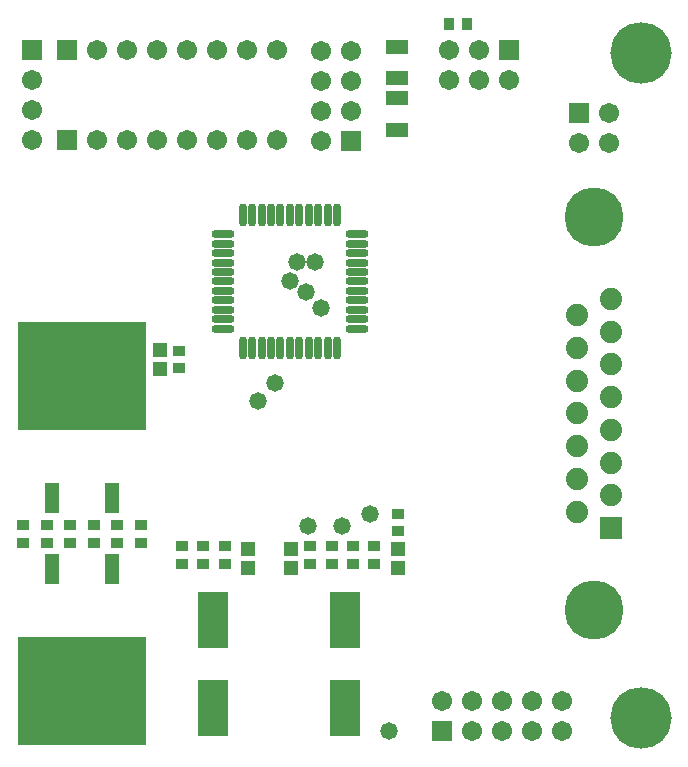
<source format=gts>
%FSDAX24Y24*%
%MOIN*%
%SFA1B1*%

%IPPOS*%
%ADD36R,0.035600X0.043400*%
%ADD37R,0.043400X0.035600*%
%ADD38R,0.074900X0.051300*%
%ADD39R,0.098600X0.187100*%
%ADD40R,0.049300X0.102500*%
%ADD41R,0.427300X0.358400*%
%ADD42R,0.047400X0.045400*%
%ADD43O,0.076900X0.029700*%
%ADD44O,0.029700X0.076900*%
%ADD45C,0.067100*%
%ADD46R,0.067100X0.067100*%
%ADD47R,0.067100X0.067100*%
%ADD48C,0.197000*%
%ADD49C,0.074500*%
%ADD50R,0.074500X0.074500*%
%ADD51C,0.058000*%
%ADD52C,0.204900*%
%LNmetr4810_pcb_b_layout-1*%
%LPD*%
G54D36*
X-005805Y023126D03*
X-006395D03*
G54D37*
X-010313Y005730D03*
Y005139D03*
X-009601D03*
Y005730D03*
X-008888D03*
Y005139D03*
X-020600Y006439D03*
Y005848D03*
X-019813Y006439D03*
Y005848D03*
X-019025Y006439D03*
Y005848D03*
X-016663D03*
Y006439D03*
X-017450Y005848D03*
Y006439D03*
X-018238Y005848D03*
Y006439D03*
X-015300Y005139D03*
Y005730D03*
X-014588D03*
Y005139D03*
X-013875D03*
Y005730D03*
X-011025D03*
Y005139D03*
X-008100Y006814D03*
Y006224D03*
X-015380Y012245D03*
Y011655D03*
G54D38*
X-008118Y020667D03*
Y019604D03*
Y021319D03*
Y022381D03*
G54D39*
X-009878Y003278D03*
Y000325D03*
X-014250Y003278D03*
Y000325D03*
G54D40*
X-017632Y004961D03*
X-019632D03*
Y007326D03*
X-017632D03*
G54D41*
X-018632Y000886D03*
Y011401D03*
G54D42*
X-013100Y004992D03*
Y005622D03*
X-011669Y004992D03*
Y005622D03*
X-008107Y004992D03*
Y005622D03*
X-016022Y012265D03*
Y011635D03*
G54D43*
X-009476Y012975D03*
Y013290D03*
Y013605D03*
Y013920D03*
Y014235D03*
Y014550D03*
Y014865D03*
Y015180D03*
Y015495D03*
Y015810D03*
Y016125D03*
X-013924D03*
Y015810D03*
Y015495D03*
Y015180D03*
Y014865D03*
Y014550D03*
Y014235D03*
Y013920D03*
Y013605D03*
Y013290D03*
Y012975D03*
G54D44*
X-010125Y016774D03*
X-010440D03*
X-010755D03*
X-011070D03*
X-011385D03*
X-011700D03*
X-012015D03*
X-012330D03*
X-012645D03*
X-012960D03*
X-013275D03*
Y012326D03*
X-012960D03*
X-012645D03*
X-012330D03*
X-012015D03*
X-011700D03*
X-011385D03*
X-011070D03*
X-010755D03*
X-010440D03*
X-010125D03*
G54D45*
X-001050Y019177D03*
X-002050D03*
X-001050Y020177D03*
X-002622Y000555D03*
Y-000445D03*
X-003622Y000555D03*
Y-000445D03*
X-004622Y000555D03*
Y-000445D03*
X-005622Y000555D03*
Y-000445D03*
X-006622Y000555D03*
X-012118Y022250D03*
X-013118D03*
X-014118D03*
X-015118D03*
X-016118D03*
X-017118D03*
X-018118D03*
X-012118Y019250D03*
X-013118D03*
X-014118D03*
X-015118D03*
X-016118D03*
X-017118D03*
X-018118D03*
X-006400Y021250D03*
Y022250D03*
X-005400Y021250D03*
Y022250D03*
X-004400Y021250D03*
X-010668Y019243D03*
X-009668Y020243D03*
X-010668D03*
X-009668Y021243D03*
X-010668D03*
X-009668Y022243D03*
X-010668D03*
X-020297Y021250D03*
Y020250D03*
Y019250D03*
G54D46*
X-002050Y020177D03*
X-009668Y019243D03*
X-020297Y022250D03*
G54D47*
X-006622Y-000445D03*
X-019118Y022250D03*
Y019250D03*
X-004400Y022250D03*
G54D48*
X-001560Y016709D03*
Y003591D03*
G54D49*
X-001001Y013967D03*
X-002119Y013422D03*
X-001001Y012876D03*
X-002119Y012331D03*
X-001001Y011786D03*
X-002119Y011241D03*
X-001001Y010695D03*
X-002119Y010150D03*
X-001001Y009605D03*
X-002119Y009059D03*
X-001001Y008514D03*
X-002119Y007969D03*
X-001001Y007424D03*
X-002119Y006878D03*
G54D50*
X-001001Y006333D03*
G54D51*
X-010650Y013650D03*
X-011150Y014200D03*
X-011100Y006400D03*
X-012200Y011150D03*
X-012750Y010550D03*
X-011700Y014550D03*
X-018532Y011236D03*
X-019800Y011200D03*
X-017300D03*
X-017400Y000850D03*
X-019900D03*
X-018632Y000886D03*
X-009878Y003278D03*
X-014250D03*
X-008400Y-000445D03*
X-009014Y006814D03*
X-009950Y006400D03*
X-011450Y015200D03*
X-010850D03*
G54D52*
X000000Y022150D03*
Y000000D03*
M02*
</source>
